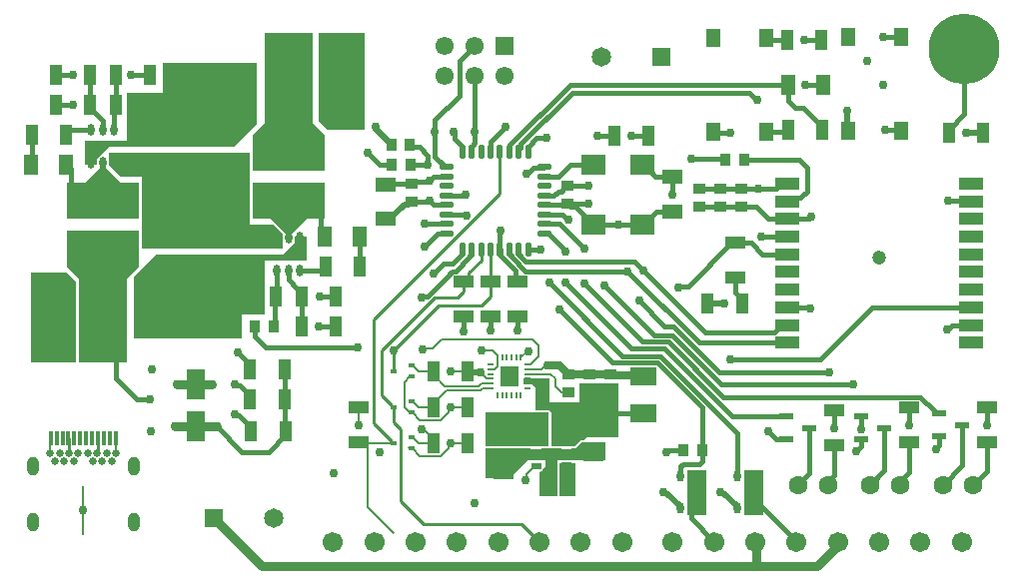
<source format=gtl>
G04*
G04 #@! TF.GenerationSoftware,Altium Limited,Altium Designer,21.9.2 (33)*
G04*
G04 Layer_Physical_Order=1*
G04 Layer_Color=255*
%FSLAX25Y25*%
%MOIN*%
G70*
G04*
G04 #@! TF.SameCoordinates,A0D018B4-DB31-4F92-A021-C5504D576F11*
G04*
G04*
G04 #@! TF.FilePolarity,Positive*
G04*
G01*
G75*
%ADD12C,0.02000*%
%ADD19C,0.00700*%
%ADD20C,0.01000*%
%ADD21C,0.01500*%
%ADD22R,0.06299X0.09843*%
%ADD23R,0.03425X0.03858*%
%ADD24R,0.04252X0.06575*%
%ADD25R,0.04134X0.06693*%
%ADD26R,0.05118X0.06102*%
%ADD27R,0.00787X0.03937*%
%ADD28R,0.01181X0.04724*%
%ADD29O,0.02362X0.03740*%
%ADD30R,0.03740X0.03858*%
%ADD31R,0.07900X0.03900*%
%ADD32R,0.03858X0.03740*%
%ADD33R,0.04961X0.02323*%
%ADD34R,0.06575X0.04252*%
%ADD35R,0.04567X0.07165*%
%ADD36R,0.07165X0.04567*%
%ADD37O,0.02165X0.05118*%
%ADD38O,0.05118X0.02165*%
%ADD39R,0.07874X0.07087*%
%ADD40O,0.00787X0.02559*%
%ADD41O,0.02559X0.00787*%
%ADD42R,0.06063X0.06693*%
%ADD43R,0.08661X0.05906*%
G04:AMPARAMS|DCode=44|XSize=21.65mil|YSize=31.5mil|CornerRadius=1.95mil|HoleSize=0mil|Usage=FLASHONLY|Rotation=90.000|XOffset=0mil|YOffset=0mil|HoleType=Round|Shape=RoundedRectangle|*
%AMROUNDEDRECTD44*
21,1,0.02165,0.02760,0,0,90.0*
21,1,0.01776,0.03150,0,0,90.0*
1,1,0.00390,0.01380,0.00888*
1,1,0.00390,0.01380,-0.00888*
1,1,0.00390,-0.01380,-0.00888*
1,1,0.00390,-0.01380,0.00888*
%
%ADD44ROUNDEDRECTD44*%
%ADD45R,0.02300X0.01400*%
%ADD46O,0.02362X0.03937*%
%ADD47R,0.21394X0.05197*%
%ADD71C,0.06700*%
%ADD77R,0.06102X0.06102*%
%ADD78C,0.06102*%
%ADD80C,0.03000*%
%ADD81C,0.02500*%
%ADD82C,0.06299*%
%ADD83C,0.23622*%
%ADD84O,0.03937X0.06299*%
%ADD85C,0.02559*%
%ADD86R,0.06496X0.06496*%
%ADD87C,0.06496*%
%ADD88C,0.04700*%
%ADD89C,0.03000*%
G36*
X117500Y149500D02*
X105000D01*
X102000Y152500D01*
Y182000D01*
X117500D01*
Y149500D01*
D02*
G37*
G36*
X81500Y151500D02*
X74000Y144000D01*
X32000D01*
X28000Y140000D01*
Y138000D01*
X24000D01*
Y146000D01*
X38000D01*
Y162000D01*
X50000D01*
Y172000D01*
X81500D01*
Y151500D01*
D02*
G37*
G36*
X100000Y152000D02*
X104000Y148000D01*
Y136000D01*
X80000D01*
Y148000D01*
X84000Y152000D01*
Y182000D01*
X100000D01*
Y152000D01*
D02*
G37*
G36*
X36000Y132000D02*
X42000D01*
Y120000D01*
X18000D01*
Y132000D01*
X24000D01*
X30000Y138000D01*
X36000Y132000D01*
D02*
G37*
G36*
X104000Y120000D02*
X98000D01*
X92000Y114000D01*
X86000Y120000D01*
X80000D01*
Y132000D01*
X104000D01*
Y120000D01*
D02*
G37*
G36*
X79000Y118000D02*
X86991D01*
X90000Y114991D01*
Y110000D01*
X43000D01*
Y134000D01*
X36000D01*
X33740Y136260D01*
X32000Y138000D01*
Y142000D01*
X79000D01*
Y118000D01*
D02*
G37*
G36*
X98000Y106000D02*
X84000D01*
Y88000D01*
X76500D01*
Y80500D01*
X76538Y80462D01*
X76347Y80000D01*
X40500D01*
Y100500D01*
X48000Y108000D01*
X90000D01*
X94000Y112000D01*
Y114000D01*
X98000D01*
Y106000D01*
D02*
G37*
G36*
X42000Y104000D02*
X38000Y100000D01*
Y72000D01*
X22000D01*
Y100000D01*
X18000Y104000D01*
Y116000D01*
X42000D01*
Y104000D01*
D02*
G37*
G36*
X21000Y99000D02*
Y72000D01*
X6000D01*
Y102000D01*
X18000D01*
X21000Y99000D01*
D02*
G37*
G36*
X179000Y62500D02*
Y58500D01*
X189000D01*
Y65000D01*
X202000D01*
Y47000D01*
X191580D01*
X190354Y45774D01*
X189640D01*
X189367Y45719D01*
X189135Y45565D01*
X187344Y43774D01*
X186341D01*
X186272Y43760D01*
X186202D01*
X185969Y43714D01*
X183350D01*
X183117Y43760D01*
X183047D01*
X182978Y43774D01*
X179640D01*
Y49860D01*
Y55060D01*
X179585Y55333D01*
X179431Y55565D01*
X179199Y55719D01*
X178926Y55774D01*
X174500D01*
Y63500D01*
X173500Y64500D01*
X170500D01*
Y66413D01*
X179000D01*
Y62500D01*
D02*
G37*
G36*
X178926Y43774D02*
X176302D01*
X176233Y43760D01*
X176163D01*
X175930Y43714D01*
X173310D01*
X173077Y43760D01*
X173007D01*
X172938Y43774D01*
X157640D01*
Y55060D01*
X178926D01*
Y43774D01*
D02*
G37*
G36*
X197640Y39060D02*
X186341D01*
X186039Y39120D01*
X183280D01*
X182978Y39060D01*
X181640D01*
Y27060D01*
X175640D01*
Y35060D01*
X176124Y35544D01*
X176349Y35589D01*
X176645Y35787D01*
X176843Y36083D01*
X176888Y36308D01*
X177640Y37060D01*
Y39060D01*
X176302D01*
X176000Y39120D01*
X173240D01*
X172938Y39060D01*
X171640D01*
X165640Y33060D01*
X157640D01*
Y43060D01*
X172938D01*
X173240Y43000D01*
X176000D01*
X176302Y43060D01*
X182978D01*
X183280Y43000D01*
X186039D01*
X186341Y43060D01*
X187640D01*
X189640Y45060D01*
X197640D01*
Y39060D01*
D02*
G37*
G36*
X186202Y38360D02*
X186272D01*
X186341Y38346D01*
X187640D01*
Y27060D01*
X182353D01*
Y38346D01*
X182978D01*
X183047Y38360D01*
X183117D01*
X183350Y38406D01*
X185969D01*
X186202Y38360D01*
D02*
G37*
G36*
X250500Y21000D02*
X244000D01*
Y36000D01*
X250500D01*
Y21000D01*
D02*
G37*
G36*
X231500D02*
X225000D01*
Y36000D01*
X231500D01*
Y21000D01*
D02*
G37*
D12*
X231693Y91500D02*
X237500D01*
X121191Y149856D02*
X126488Y144559D01*
Y144500D02*
Y144559D01*
X121191Y149856D02*
Y150309D01*
X121000Y150500D02*
X121191Y150309D01*
X130724Y124618D02*
X132130D01*
X133000Y125488D01*
X124500Y119693D02*
X125799D01*
X130724Y124618D01*
X278571Y149421D02*
Y155929D01*
Y149421D02*
X278642Y149350D01*
X278500Y156000D02*
X278571Y155929D01*
X318000Y148500D02*
X323689D01*
X241760Y23087D02*
Y23776D01*
X236191Y28309D02*
X237227D01*
X241760Y23776D01*
X236000Y28500D02*
X236191Y28309D01*
X218227D02*
X222760Y23776D01*
X217191Y28309D02*
X218227D01*
X222760Y23087D02*
Y23776D01*
X217000Y28500D02*
X217191Y28309D01*
X152073Y68616D02*
X156035D01*
D19*
X116972Y45000D02*
X126550D01*
X115811D02*
X116972D01*
X118437Y43535D01*
X116661Y45311D02*
X116972Y45000D01*
X115500Y45311D02*
X116661D01*
X118437Y23563D02*
Y43535D01*
Y23563D02*
X127000Y15000D01*
X143000Y79500D02*
X173500D01*
X175500Y73913D02*
Y77500D01*
X173500Y79500D02*
X175500Y77500D01*
X140000Y76500D02*
X143000Y79500D01*
X137172Y76500D02*
X140000D01*
X136836Y76164D02*
X137172Y76500D01*
X23500Y22500D02*
Y28462D01*
Y16257D02*
Y22500D01*
X34327Y46494D02*
X34425Y46395D01*
Y41671D02*
X34524Y41572D01*
X34425Y41671D02*
Y46395D01*
X12575Y46395D02*
X12673Y46494D01*
X12476Y41572D02*
X12575Y41671D01*
Y46395D01*
X130800Y56915D02*
Y65281D01*
X132550Y67032D01*
Y55032D02*
X133000D01*
X130800Y56915D02*
X132200Y55515D01*
Y55382D02*
X132550Y55032D01*
X132200Y55382D02*
Y55515D01*
X133000Y55032D02*
X133450D01*
X115500Y51000D02*
Y56689D01*
X136500Y49500D02*
X136972D01*
X140311Y46161D01*
Y45000D02*
Y46161D01*
X156500Y76000D02*
X159988D01*
X169575Y73402D02*
X171673Y75500D01*
X172000D01*
X159988Y76000D02*
X161701Y74287D01*
Y71802D02*
Y74287D01*
X172724Y71138D02*
X175500Y73913D01*
X171839Y69563D02*
X176441D01*
X177878Y71000D01*
X178500D01*
X171839Y67988D02*
X179524D01*
X181000Y64000D02*
Y66512D01*
X179524Y67988D02*
X181000Y66512D01*
Y64000D02*
X183000Y62000D01*
X142872Y52663D02*
X145560Y55351D01*
X133450Y55032D02*
X135819Y52663D01*
X142872D01*
X171839Y71138D02*
X172724D01*
X165500Y67000D02*
Y67063D01*
X165638Y67201D01*
X193387Y41000D02*
X193640Y41253D01*
X187500Y41000D02*
X193387D01*
X179440Y41060D02*
X179500Y41000D01*
X174620Y41060D02*
X179440D01*
X170460Y40858D02*
X170662Y41060D01*
X174620D01*
X171440Y34632D02*
X174128Y37320D01*
X174620D01*
X171440Y32940D02*
Y34632D01*
X171000Y32500D02*
X171440Y32940D01*
X160806Y69580D02*
X161767Y70540D01*
Y71736D01*
X161701Y71802D02*
X161767Y71736D01*
X159454Y69580D02*
X160806D01*
X159437Y69563D02*
X159454Y69580D01*
X151689Y69000D02*
X152073Y68616D01*
X156035Y68463D02*
X158068Y66430D01*
X159420D01*
X159437Y66413D01*
X156035Y68463D02*
Y68616D01*
X145560Y56560D02*
X146000Y57000D01*
X145560Y55351D02*
Y56560D01*
X132200Y43382D02*
X132550Y43031D01*
X132200Y43382D02*
Y43515D01*
X132550Y43031D02*
X133450D01*
X132550Y67032D02*
X133000D01*
X145560Y43351D02*
Y44560D01*
X146000Y45000D01*
X133450Y43031D02*
X135819Y40663D01*
X142872D01*
X145560Y43351D01*
X115500Y45311D02*
X115811Y45000D01*
X133450Y46968D02*
X135418Y45000D01*
X140311D01*
X133000Y46968D02*
X133450D01*
X135418Y57000D02*
X140311D01*
X133450Y58969D02*
X135418Y57000D01*
X133000Y58969D02*
X133450D01*
X135418Y69000D02*
X140311D01*
X133450Y70969D02*
X135418Y69000D01*
X133000Y70969D02*
X133450D01*
X156747Y63247D02*
X159420D01*
X156000Y62500D02*
X156747Y63247D01*
X144650Y62500D02*
X156000D01*
X144150Y64000D02*
X155500D01*
X156339Y64839D01*
X159437D01*
X140311Y67839D02*
X144150Y64000D01*
X159420Y63247D02*
X159437Y63264D01*
X183000Y62000D02*
X185488D01*
X185500Y61988D01*
X171839Y64839D02*
X171855Y64855D01*
X146000Y45000D02*
X151689D01*
X146000Y57000D02*
X151689D01*
X146000Y69000D02*
X151689D01*
X140311Y58161D02*
X144650Y62500D01*
X140311Y57000D02*
Y58161D01*
Y67839D02*
Y69000D01*
D20*
X127000Y75889D02*
X141998Y90887D01*
X123000Y75707D02*
X140793Y93500D01*
X120500Y51500D02*
Y86110D01*
X162575Y128185D01*
X28331Y41679D02*
Y46403D01*
X28421Y46494D01*
X28224Y41572D02*
X28331Y41679D01*
X18669D02*
Y46403D01*
Y41679D02*
X18776Y41572D01*
X18579Y46494D02*
X18669Y46403D01*
X140793Y93500D02*
X148500D01*
X127000Y69000D02*
Y75889D01*
X123000Y61000D02*
Y75707D01*
X137000Y18000D02*
X169780D01*
X175779Y12000D01*
X126750Y57050D02*
X127000Y56800D01*
Y51802D02*
X129350Y49452D01*
Y25650D02*
Y49452D01*
Y25650D02*
X137000Y18000D01*
X126600Y57050D02*
X126750D01*
X127000Y51802D02*
Y56800D01*
X152229Y101729D02*
X156276Y105776D01*
X152229Y100315D02*
Y101729D01*
X150500Y98689D02*
X150603D01*
X152229Y100315D01*
X156276Y105776D02*
Y109661D01*
X150500Y95500D02*
Y98689D01*
X162575Y128185D02*
Y142339D01*
X123000Y61000D02*
X126600Y57400D01*
X148500Y93500D02*
X150500Y95500D01*
X126350Y45200D02*
X126550Y45000D01*
X126350Y45200D02*
Y45650D01*
X126550Y45000D02*
X127000D01*
X120500Y51500D02*
X126350Y45650D01*
X141998Y90887D02*
X156387D01*
X126600Y57050D02*
Y57400D01*
X156387Y90887D02*
X159500Y94000D01*
Y98689D01*
X159425Y98764D02*
X159500Y98689D01*
X159425Y98764D02*
Y109661D01*
D21*
X200150Y71800D02*
X215136D01*
X182500Y89450D02*
X200150Y71800D01*
X239500Y73000D02*
X269589D01*
X286825Y90236D01*
X319709D01*
X255091Y83131D02*
X256291Y84331D01*
X255091Y82879D02*
Y83131D01*
X213432Y99568D02*
X231000Y82000D01*
X256291Y84331D02*
X258291D01*
X231000Y82000D02*
X254213D01*
X255091Y82879D01*
X265882Y90118D02*
X266000Y90000D01*
X258410Y90118D02*
X265882D01*
X258291Y90236D02*
X258410Y90118D01*
X220389Y84000D02*
X235889Y68500D01*
X272500D01*
X222000Y97000D02*
X222287Y97287D01*
X239839Y111689D02*
X241000D01*
X225437Y97287D02*
X239839Y111689D01*
X222287Y97287D02*
X225437D01*
X203500Y74000D02*
X216048D01*
X179000Y98500D02*
X203500Y74000D01*
X183318Y121276D02*
X185094Y119500D01*
X177339Y121276D02*
X183318D01*
X185094Y119500D02*
X185500D01*
X182469Y118126D02*
X190777Y109818D01*
X177339Y118126D02*
X182469D01*
X85280Y42000D02*
X91000Y47721D01*
X76500Y42000D02*
X85280D01*
X68000Y50500D02*
X76500Y42000D01*
X90904Y49097D02*
Y69403D01*
X91000Y47721D02*
Y49000D01*
X75452Y54213D02*
X79386Y50279D01*
X74000Y54500D02*
X74287Y54213D01*
X79386Y49000D02*
Y50279D01*
X74287Y54213D02*
X75452D01*
X75759Y64213D02*
X79193Y60780D01*
X74000Y64500D02*
X74287Y64213D01*
X79193Y59500D02*
Y60780D01*
X74287Y64213D02*
X75759D01*
X75269Y75046D02*
X79193Y71122D01*
Y69500D02*
Y71122D01*
X262869Y126869D02*
X263500Y127500D01*
X263545D02*
X265000Y128955D01*
X263500Y127500D02*
X263545D01*
X258291Y125669D02*
X259491Y126869D01*
X262869D01*
X265000Y128955D02*
Y137000D01*
X262500Y139500D02*
X265000Y137000D01*
X244150Y139500D02*
X262500D01*
X226500Y140000D02*
X226750Y139750D01*
X237600D02*
X237850Y139500D01*
X226750Y139750D02*
X237600D01*
X248864Y130012D02*
X254728D01*
X233992Y148500D02*
X239500D01*
X233642Y148850D02*
X233992Y148500D01*
X243000Y130012D02*
X248864D01*
X194971Y147432D02*
X195039Y147500D01*
X200811D01*
X206500D02*
X212189D01*
X118599Y141830D02*
X122429Y138000D01*
X126350D01*
X132650D02*
X138500D01*
Y141000D01*
X133258Y143754D02*
X135747D01*
X138500Y141000D01*
X132512Y144500D02*
X133258Y143754D01*
X124500Y131307D02*
X124705Y131512D01*
X133000D01*
X241000Y95087D02*
Y100311D01*
Y95087D02*
X243307Y92779D01*
Y91500D02*
Y92779D01*
X241000Y111689D02*
X246311D01*
X205235Y102265D02*
X229075Y78425D01*
X258291D01*
X312311Y148500D02*
Y149661D01*
X317500Y154850D02*
Y169000D01*
X312311Y149661D02*
X317500Y154850D01*
X229000Y130012D02*
X236000D01*
X264000Y179500D02*
X269689D01*
X290500Y181000D02*
X291000Y180500D01*
X296209D01*
X296358Y180650D01*
X291000Y149500D02*
X296209D01*
X296358Y149350D01*
X168500Y142500D02*
X169491Y143491D01*
X168500Y82500D02*
Y87311D01*
X250024Y107976D02*
X258268D01*
X246311Y111689D02*
X250024Y107976D01*
X258268D02*
X258291Y107953D01*
X197500Y97500D02*
Y97650D01*
Y97500D02*
X214000Y81000D01*
X209000Y92500D02*
X217500Y84000D01*
X220389D01*
X175969Y109581D02*
X176050Y109500D01*
X172104Y109581D02*
X175969D01*
X172024Y109661D02*
X172104Y109581D01*
X140700Y149000D02*
Y152700D01*
Y140681D02*
Y149000D01*
X150594Y128000D02*
X151000D01*
X150169Y127575D02*
X150594Y128000D01*
X144661Y127575D02*
X150169D01*
X154000Y149000D02*
Y167500D01*
Y145121D02*
Y149000D01*
X153126Y143995D02*
X153743Y144612D01*
Y144864D02*
X154000Y145121D01*
X153126Y142339D02*
Y143995D01*
X153743Y144612D02*
Y144864D01*
X41500Y59500D02*
X45908D01*
X34500Y66500D02*
X41500Y59500D01*
X34500Y66500D02*
Y74500D01*
X210500Y102500D02*
X213432Y99568D01*
X207500Y105500D02*
X210500Y102500D01*
X213432Y99568D02*
Y99568D01*
X171127Y105500D02*
X207500D01*
X171212Y102265D02*
X205235D01*
X230150Y38879D02*
Y42500D01*
Y56787D01*
X215136Y71800D02*
X230150Y56787D01*
X216048Y74000D02*
X241760Y48288D01*
Y33913D02*
Y48288D01*
X222760Y37121D02*
X223639Y38000D01*
X229271D02*
X230150Y38879D01*
X222760Y33913D02*
Y37121D01*
X223639Y38000D02*
X229271D01*
X133000Y125488D02*
X138082D01*
X145763Y101416D02*
X146612Y102265D01*
X145763Y101263D02*
Y101416D01*
X136500Y93500D02*
X136787Y93787D01*
X146612Y102265D02*
X147638D01*
X136787Y93787D02*
X138287D01*
X145763Y101263D01*
X140500Y101500D02*
X143877Y104877D01*
X147638Y102265D02*
X152509Y107136D01*
Y107388D01*
X153126Y108005D01*
Y109661D01*
X146669Y104877D02*
X149759Y107968D01*
Y109444D02*
X149976Y109661D01*
X143877Y104877D02*
X146669D01*
X149759Y107968D02*
Y109444D01*
X159500Y82500D02*
Y87311D01*
X150500Y82050D02*
Y87311D01*
X142587Y114849D02*
X144534D01*
X137500Y110500D02*
X141724Y114724D01*
X144534Y114849D02*
X144661Y114976D01*
X142462Y114724D02*
X142587Y114849D01*
X141724Y114724D02*
X142462D01*
X240260Y53740D02*
X258142D01*
X217500Y76500D02*
X240260Y53740D01*
X206500Y76500D02*
X217500D01*
X218726Y78774D02*
X237235Y60265D01*
X210263Y78774D02*
X218726D01*
X237235Y60265D02*
X302888D01*
X220000Y81000D02*
X236500Y64500D01*
X214000Y81000D02*
X220000D01*
X236500Y64500D02*
X280500D01*
X302888Y60265D02*
X307411Y55742D01*
Y55152D02*
Y55742D01*
Y55152D02*
X307823Y54740D01*
X309142D01*
X140700Y140681D02*
X144357Y137024D01*
X140700Y152700D02*
X149000Y161000D01*
X144629Y118159D02*
X144661Y118126D01*
X137553Y118159D02*
X144629D01*
X137520Y118192D02*
X137553Y118159D01*
X138082Y125488D02*
X138594Y126000D01*
X139000D01*
X184500Y98500D02*
X206500Y76500D01*
X151352Y121148D02*
X151500Y121000D01*
X144789Y121148D02*
X151352D01*
X173802Y136896D02*
X177211D01*
X171906Y135000D02*
X173802Y136896D01*
X177211D02*
X177339Y137024D01*
X171500Y135000D02*
X171906D01*
X184500Y109000D02*
Y109291D01*
X177339Y114976D02*
X178815D01*
X184500Y109291D01*
X190702Y98335D02*
X210263Y78774D01*
X166341Y107136D02*
X171212Y102265D01*
X144661Y121276D02*
X144789Y121148D01*
X162575Y109661D02*
Y115979D01*
X162609Y116013D01*
X159553Y145553D02*
X164500Y150500D01*
X159425Y142339D02*
X159553Y142466D01*
Y145553D01*
X174922Y146713D02*
X177713D01*
X178000Y147000D01*
X172024Y142339D02*
Y143815D01*
X174922Y146713D01*
X283000Y53598D02*
X283142Y53740D01*
X283000Y49621D02*
Y53598D01*
X165852Y144374D02*
X185977Y164500D01*
X258693D01*
X245697Y162000D02*
X248197Y159500D01*
X186627Y162000D02*
X245697D01*
X248197Y159500D02*
X248500D01*
X169491Y144864D02*
X186627Y162000D01*
X169491Y143491D02*
Y144864D01*
X168661Y142339D02*
X168874D01*
X168500Y142500D02*
X168661Y142339D01*
X165852Y142466D02*
Y144374D01*
X165724Y142339D02*
X165852Y142466D01*
X249792Y113803D02*
X249847Y113858D01*
X258291D01*
X149000Y161000D02*
Y172500D01*
X154000Y177500D01*
X144357Y137024D02*
X144661D01*
X149976Y142339D02*
Y143815D01*
X147287Y146504D02*
X149976Y143815D01*
X147287Y146504D02*
Y148713D01*
X147000Y149000D02*
X147287Y148713D01*
X169491Y107136D02*
X171127Y105500D01*
X169491Y107136D02*
Y107388D01*
X168874Y108005D02*
X169491Y107388D01*
X168874Y108005D02*
Y109661D01*
X166341Y107136D02*
Y107388D01*
X165724Y108005D02*
X166341Y107388D01*
X165724Y108005D02*
Y109661D01*
X262000Y31000D02*
X265858Y34858D01*
Y50000D01*
X14311Y158000D02*
X20000D01*
X14311Y158000D02*
X14311Y158000D01*
X14311Y168000D02*
X20000D01*
X14311Y168000D02*
X14311Y168000D01*
X102500Y94000D02*
X107689D01*
X107689Y94000D01*
X80850Y80650D02*
X84500Y77000D01*
X80850Y80650D02*
Y84000D01*
X84500Y77000D02*
X115000D01*
X102000Y84000D02*
X107689D01*
X107689Y84000D01*
X39500Y168000D02*
X45689D01*
X191994Y131006D02*
X192000Y131000D01*
X185000Y131012D02*
X185006Y131006D01*
X191994D01*
X185006Y124994D02*
X191994D01*
X185000Y124988D02*
X185006Y124994D01*
X191994D02*
X192000Y125000D01*
X138713Y132213D02*
X139000Y132500D01*
X133000Y131512D02*
X133701Y132213D01*
X138713D01*
X139000Y126000D02*
X140575Y124425D01*
X144661D01*
X139000Y132500D02*
X140374Y133874D01*
X144661D01*
X264500Y164500D02*
X270307D01*
X261000Y157000D02*
X263850D01*
X270189Y149500D02*
Y150661D01*
X263850Y157000D02*
X270189Y150661D01*
X258693Y159307D02*
X261000Y157000D01*
X258693Y159307D02*
Y164500D01*
X251358Y148850D02*
X258161D01*
X258811Y149500D01*
X251358Y180150D02*
X252008Y179500D01*
X258311D01*
X308000Y43000D02*
X309142Y44142D01*
Y47260D01*
X281569Y42140D02*
X283142Y43713D01*
Y46260D01*
X252000Y49000D02*
X254740Y46260D01*
X258142D01*
X218406Y42000D02*
X218906Y42500D01*
X218000Y42000D02*
X218406D01*
X218906Y42500D02*
X223850D01*
X249905Y23874D02*
X261779Y12000D01*
X245500Y23874D02*
X249905D01*
X226500Y19721D02*
Y23874D01*
Y19721D02*
X234221Y12000D01*
X274000Y50000D02*
Y55689D01*
X299000Y51000D02*
Y56689D01*
X325000Y51000D02*
Y56689D01*
X320500Y31000D02*
X325000Y35500D01*
Y45311D01*
X299000Y35299D02*
Y45311D01*
X296000Y32299D02*
X299000Y35299D01*
X296000Y31000D02*
Y32299D01*
X274000Y34299D02*
Y44311D01*
X272000Y32299D02*
X274000Y34299D01*
X272000Y31000D02*
Y32299D01*
X310500Y31000D02*
X316858Y37358D01*
Y51000D01*
X290858Y35858D02*
Y50000D01*
X286000Y31000D02*
X290858Y35858D01*
X265776Y119764D02*
X266376Y120363D01*
X258291Y119764D02*
X265776D01*
X311756Y82735D02*
X313351Y84331D01*
X319709D01*
X319543Y125835D02*
X319709Y125669D01*
X312165Y125835D02*
X319543D01*
X312000Y126000D02*
X312165Y125835D01*
X243000Y123988D02*
X248012D01*
X252236Y119764D01*
X258291D01*
X236000Y123988D02*
X243000D01*
X229000D02*
X236000D01*
X254728Y130012D02*
X256291Y131575D01*
X258291D01*
X236000Y130012D02*
X243000D01*
X162702Y107626D02*
Y109534D01*
Y107626D02*
X167814Y102514D01*
Y99375D02*
Y102514D01*
X162575Y109661D02*
X162702Y109534D01*
X167814Y99375D02*
X168500Y98689D01*
X220000Y128000D02*
Y133807D01*
X202000Y118000D02*
X210268D01*
X193732D02*
X202000D01*
X182012Y133874D02*
X186138Y138000D01*
X177339Y133874D02*
X182012D01*
X186138Y138000D02*
X193732D01*
X182000Y129000D02*
X182942D01*
X183821Y129879D01*
Y129892D01*
X177339Y127575D02*
X180575D01*
X182000Y129000D01*
X183821Y129892D02*
X184941Y131012D01*
X185000D01*
X184564Y124553D02*
X185000Y124988D01*
X177339Y124425D02*
X177466Y124553D01*
X184564D01*
X185000Y124988D02*
X186119Y123870D01*
X187863D02*
X190545Y121187D01*
Y120793D02*
X193339Y118000D01*
X190545Y120793D02*
Y121187D01*
X186119Y123870D02*
X187863D01*
X193339Y118000D02*
X193732D01*
X213455Y134813D02*
Y135207D01*
X210661Y138000D02*
X213455Y135207D01*
X214461Y133807D02*
X220000D01*
X213455Y134813D02*
X214461Y133807D01*
X210268Y138000D02*
X210661D01*
Y118000D02*
X214854Y122193D01*
X210268Y118000D02*
X210661D01*
X214854Y122193D02*
X220000D01*
X199102Y54898D02*
X210500D01*
X199000Y55000D02*
X199102Y54898D01*
X96311Y94000D02*
X96311Y94000D01*
X87689Y94000D02*
X88095Y94406D01*
Y102323D01*
X96311Y94000D02*
Y95161D01*
X94935Y96537D02*
X96311Y95161D01*
X96311Y84000D02*
Y94000D01*
X87150Y84000D02*
X87419Y84270D01*
X92000Y99472D02*
X94935Y96537D01*
X94935D01*
X96311Y84000D02*
X96311Y84000D01*
X95740Y102488D02*
X102935D01*
X88095Y102323D02*
X88260Y102488D01*
X87419Y93730D02*
X87689Y94000D01*
X87419Y84270D02*
Y93730D01*
X92000Y99472D02*
Y102488D01*
X100098Y123299D02*
X102659Y120738D01*
Y115533D02*
Y120738D01*
X92000Y123299D02*
X100098D01*
X102935Y102488D02*
X104311Y103864D01*
Y104000D01*
X115689Y113882D02*
X115807Y114000D01*
X115689Y104000D02*
Y113882D01*
X102659Y115533D02*
X104193Y114000D01*
X19341Y131262D02*
Y136467D01*
Y131262D02*
X21902Y128701D01*
X17807Y138000D02*
X19341Y136467D01*
X21902Y128701D02*
X30000D01*
X6193Y138000D02*
X6311Y138118D01*
Y148000D01*
X17689Y148136D02*
X19065Y149512D01*
X26260D01*
X17689Y148000D02*
Y148136D01*
X30000Y149512D02*
Y152528D01*
X25689Y156839D02*
X30000Y152528D01*
X25689Y156839D02*
Y158000D01*
X25689Y168000D02*
X25689Y168000D01*
Y158000D02*
Y168000D01*
Y158000D02*
X25689Y158000D01*
X33905Y157594D02*
X34311Y158000D01*
Y168000D01*
X33905Y149677D02*
Y157594D01*
X33740Y149512D02*
X33905Y149677D01*
D22*
X61000Y64390D02*
D03*
Y50610D02*
D03*
D23*
X244150Y139500D02*
D03*
X237850D02*
D03*
X126350Y138000D02*
D03*
X132650D02*
D03*
X223850Y42500D02*
D03*
X230150D02*
D03*
X80850Y84000D02*
D03*
X87150D02*
D03*
D24*
X212189Y147500D02*
D03*
X200811D02*
D03*
X312311Y148500D02*
D03*
X323689D02*
D03*
X14311Y168000D02*
D03*
X25689D02*
D03*
X258311Y179500D02*
D03*
X269689D02*
D03*
X270189Y149500D02*
D03*
X258811D02*
D03*
X140311Y45000D02*
D03*
X151689D02*
D03*
X140311Y57000D02*
D03*
X151689D02*
D03*
X140311Y69000D02*
D03*
X151689D02*
D03*
X76311Y94000D02*
D03*
X87689D02*
D03*
X107689Y94000D02*
D03*
X96311D02*
D03*
X96311Y84000D02*
D03*
X107689D02*
D03*
X104311Y104000D02*
D03*
X115689D02*
D03*
X34311Y168000D02*
D03*
X45689D02*
D03*
Y158000D02*
D03*
X34311D02*
D03*
X14311Y158000D02*
D03*
X25689D02*
D03*
X17689Y148000D02*
D03*
X6311D02*
D03*
D25*
X231693Y91500D02*
D03*
X243307D02*
D03*
X91000Y49000D02*
D03*
X79386D02*
D03*
X90807Y59500D02*
D03*
X79193D02*
D03*
X90807Y69500D02*
D03*
X79193D02*
D03*
D26*
X278642Y149350D02*
D03*
Y180650D02*
D03*
X296358Y149350D02*
D03*
Y180650D02*
D03*
X233642Y148850D02*
D03*
Y180150D02*
D03*
X251358Y148850D02*
D03*
Y180150D02*
D03*
D27*
X23500Y28462D02*
D03*
Y16257D02*
D03*
D28*
X12673Y46494D02*
D03*
X14642D02*
D03*
X16610D02*
D03*
X18579D02*
D03*
X20547D02*
D03*
X22516D02*
D03*
X24484D02*
D03*
X26453D02*
D03*
X28421D02*
D03*
X30390D02*
D03*
X32358D02*
D03*
X34327D02*
D03*
D29*
X222760Y23087D02*
D03*
X226500D02*
D03*
X230240D02*
D03*
X222760Y33913D02*
D03*
X226500D02*
D03*
X230240D02*
D03*
X241760Y23087D02*
D03*
X245500D02*
D03*
X249240D02*
D03*
X241760Y33913D02*
D03*
X245500D02*
D03*
X249240D02*
D03*
D30*
X132512Y144500D02*
D03*
X126488D02*
D03*
X184652Y31060D02*
D03*
X178628D02*
D03*
D31*
X319709Y131575D02*
D03*
Y125669D02*
D03*
Y119764D02*
D03*
Y113858D02*
D03*
Y107953D02*
D03*
Y102047D02*
D03*
Y96142D02*
D03*
Y90236D02*
D03*
Y84331D02*
D03*
Y78425D02*
D03*
X258291D02*
D03*
Y84331D02*
D03*
Y90236D02*
D03*
Y96142D02*
D03*
Y102047D02*
D03*
Y107953D02*
D03*
Y113858D02*
D03*
Y119764D02*
D03*
Y125669D02*
D03*
Y131575D02*
D03*
D32*
X243000Y130012D02*
D03*
Y123988D02*
D03*
X236000Y130012D02*
D03*
Y123988D02*
D03*
X229000D02*
D03*
Y130012D02*
D03*
X133000Y125488D02*
D03*
Y131512D02*
D03*
X185000Y131012D02*
D03*
Y124988D02*
D03*
X199500Y61988D02*
D03*
Y68012D02*
D03*
X192500Y61988D02*
D03*
Y68012D02*
D03*
X185500Y61988D02*
D03*
Y68012D02*
D03*
D33*
X258142Y53740D02*
D03*
Y46260D02*
D03*
X265858Y50000D02*
D03*
X283142Y53740D02*
D03*
Y46260D02*
D03*
X290858Y50000D02*
D03*
X309142Y54740D02*
D03*
Y47260D02*
D03*
X316858Y51000D02*
D03*
D34*
X274000Y44311D02*
D03*
Y55689D02*
D03*
X299000Y45311D02*
D03*
Y56689D02*
D03*
X325000Y45311D02*
D03*
Y56689D02*
D03*
X241000Y111689D02*
D03*
Y100311D02*
D03*
X150500Y98689D02*
D03*
Y87311D02*
D03*
X159500Y98689D02*
D03*
Y87311D02*
D03*
X168500Y98689D02*
D03*
Y87311D02*
D03*
X115500Y45311D02*
D03*
Y56689D02*
D03*
D35*
X258693Y164500D02*
D03*
X270307D02*
D03*
X107807Y154000D02*
D03*
X96193D02*
D03*
X107807Y174000D02*
D03*
X96193D02*
D03*
X107807Y164000D02*
D03*
X96193D02*
D03*
X76193D02*
D03*
X87807D02*
D03*
X76193Y154000D02*
D03*
X87807D02*
D03*
X115807Y114000D02*
D03*
X104193D02*
D03*
X6193Y138000D02*
D03*
X17807D02*
D03*
X14193Y98000D02*
D03*
X25807D02*
D03*
X14193Y88000D02*
D03*
X25807D02*
D03*
X45807Y98000D02*
D03*
X34193D02*
D03*
X45807Y88000D02*
D03*
X34193D02*
D03*
X14193Y78000D02*
D03*
X25807D02*
D03*
D36*
X124500Y119693D02*
D03*
Y131307D02*
D03*
X220000Y133807D02*
D03*
Y122193D02*
D03*
X163640Y46867D02*
D03*
Y35253D02*
D03*
X193640Y41253D02*
D03*
Y52867D02*
D03*
X68000Y102193D02*
D03*
Y113807D02*
D03*
X78000Y102193D02*
D03*
Y113807D02*
D03*
X54000Y149807D02*
D03*
Y138193D02*
D03*
X44000Y149807D02*
D03*
Y138193D02*
D03*
D37*
X172024Y109661D02*
D03*
X168874D02*
D03*
X165724D02*
D03*
X162575D02*
D03*
X159425D02*
D03*
X156276D02*
D03*
X153126D02*
D03*
X149976D02*
D03*
Y142339D02*
D03*
X153126D02*
D03*
X156276D02*
D03*
X159425D02*
D03*
X162575D02*
D03*
X165724D02*
D03*
X168874D02*
D03*
X172024D02*
D03*
D38*
X144661Y114976D02*
D03*
Y118126D02*
D03*
Y121276D02*
D03*
Y124425D02*
D03*
Y127575D02*
D03*
Y130724D02*
D03*
Y133874D02*
D03*
Y137024D02*
D03*
X177339D02*
D03*
Y133874D02*
D03*
Y130724D02*
D03*
Y127575D02*
D03*
Y124425D02*
D03*
Y121276D02*
D03*
Y118126D02*
D03*
Y114976D02*
D03*
D39*
X210268Y118000D02*
D03*
Y138000D02*
D03*
X193732Y118000D02*
D03*
Y138000D02*
D03*
D40*
X161701Y61000D02*
D03*
X163276D02*
D03*
X164850D02*
D03*
X166425D02*
D03*
X168000D02*
D03*
X169575D02*
D03*
Y73402D02*
D03*
X168000D02*
D03*
X166425D02*
D03*
X164850D02*
D03*
X163276D02*
D03*
X161701D02*
D03*
D41*
X171839Y63264D02*
D03*
Y64839D02*
D03*
Y66413D02*
D03*
Y67988D02*
D03*
Y69563D02*
D03*
Y71138D02*
D03*
X159437D02*
D03*
Y69563D02*
D03*
Y67988D02*
D03*
Y66413D02*
D03*
Y64839D02*
D03*
Y63264D02*
D03*
D42*
X165638Y67201D02*
D03*
D43*
X210500Y54898D02*
D03*
Y67102D02*
D03*
D44*
X174620Y44800D02*
D03*
Y41060D02*
D03*
Y37320D02*
D03*
X184659D02*
D03*
Y44800D02*
D03*
D45*
X127000Y45000D02*
D03*
X133000Y46968D02*
D03*
Y43031D02*
D03*
X127000Y69000D02*
D03*
X133000Y70969D02*
D03*
Y67032D02*
D03*
X127000Y57000D02*
D03*
X133000Y58969D02*
D03*
Y55032D02*
D03*
D46*
X88260Y102488D02*
D03*
X92000D02*
D03*
X95740D02*
D03*
X88260Y113512D02*
D03*
X92000D02*
D03*
X95740D02*
D03*
X33740Y149512D02*
D03*
X30000D02*
D03*
X26260D02*
D03*
X33740Y138488D02*
D03*
X30000D02*
D03*
X26260D02*
D03*
D47*
X92000Y144701D02*
D03*
Y123299D02*
D03*
X30000Y107299D02*
D03*
Y128701D02*
D03*
D71*
X106882Y12000D02*
D03*
X120661D02*
D03*
X134441D02*
D03*
X148221D02*
D03*
X162000D02*
D03*
X175779D02*
D03*
X189559D02*
D03*
X203339D02*
D03*
X316677D02*
D03*
X302898D02*
D03*
X289118D02*
D03*
X275339D02*
D03*
X261559D02*
D03*
X247779D02*
D03*
X234000D02*
D03*
X220220D02*
D03*
D77*
X164000Y177500D02*
D03*
D78*
X154000D02*
D03*
X144000D02*
D03*
X164000Y167500D02*
D03*
X154000D02*
D03*
X144000D02*
D03*
D80*
X61000Y50610D02*
X67890D01*
X54110D02*
X61000D01*
X67890D02*
X68000Y50500D01*
X54000D02*
X54110Y50610D01*
X54684Y64491D02*
X54786Y64390D01*
X61000D01*
X66390D01*
X66500Y64500D01*
X247500Y4000D02*
X268560D01*
X275559Y10999D01*
X83000Y4000D02*
X247500D01*
X248000Y4500D02*
Y12000D01*
X247500Y4000D02*
X248000Y4500D01*
X275559Y10999D02*
Y12000D01*
X67000Y20000D02*
X83000Y4000D01*
D81*
X182548Y70904D02*
X185441Y68012D01*
X178500Y71000D02*
X178596Y70904D01*
X182548D01*
X185441Y68012D02*
X192500D01*
X199955Y67557D02*
X210045D01*
X210500Y67102D01*
X199500Y68012D02*
X199955Y67557D01*
X192500Y68012D02*
X199500D01*
D82*
X272000Y31000D02*
D03*
X262000D02*
D03*
X296000D02*
D03*
X286000D02*
D03*
X310500D02*
D03*
X320500D02*
D03*
D83*
X317500Y176500D02*
D03*
D84*
X6689Y18423D02*
D03*
X40311D02*
D03*
X6689Y37045D02*
D03*
X40311D02*
D03*
D85*
X32949Y38816D02*
D03*
X14051D02*
D03*
X29799D02*
D03*
X17201D02*
D03*
X26650D02*
D03*
X20350D02*
D03*
X34524Y41572D02*
D03*
X12476D02*
D03*
X31374D02*
D03*
X15626D02*
D03*
X28224D02*
D03*
X18776D02*
D03*
X25075D02*
D03*
X21925D02*
D03*
D86*
X216500Y174000D02*
D03*
X67000Y20000D02*
D03*
D87*
X196500Y174000D02*
D03*
X87000Y20000D02*
D03*
D88*
X289000Y106772D02*
D03*
D89*
X239500Y73000D02*
D03*
X266000Y90000D02*
D03*
X222000Y97000D02*
D03*
X182500Y89450D02*
D03*
X237500Y91500D02*
D03*
X185500Y119500D02*
D03*
X68000Y50500D02*
D03*
X54000D02*
D03*
X54684Y64491D02*
D03*
X66500Y64500D02*
D03*
X74000Y54500D02*
D03*
Y64500D02*
D03*
X75269Y75046D02*
D03*
X60500Y112500D02*
D03*
X37500Y138500D02*
D03*
X226500Y140000D02*
D03*
X248864Y130012D02*
D03*
X239500Y148500D02*
D03*
X194971Y147432D02*
D03*
X206500Y147500D02*
D03*
X121000Y150500D02*
D03*
X118599Y141830D02*
D03*
X278500Y156000D02*
D03*
X290500Y164500D02*
D03*
X318000Y148500D02*
D03*
X285000Y172500D02*
D03*
X264000Y179500D02*
D03*
X290500Y180500D02*
D03*
X291000Y149500D02*
D03*
X168500Y82500D02*
D03*
X197500Y97650D02*
D03*
X179000Y98500D02*
D03*
X209000Y92500D02*
D03*
X176050Y109500D02*
D03*
X140700Y149000D02*
D03*
X151000Y128000D02*
D03*
X154000Y149000D02*
D03*
X45908Y59500D02*
D03*
X46000Y49000D02*
D03*
X46500Y69500D02*
D03*
X210500Y102500D02*
D03*
X205235Y102265D02*
D03*
X136836Y76164D02*
D03*
X236000Y28500D02*
D03*
X217000D02*
D03*
X23500Y22500D02*
D03*
X127000Y75889D02*
D03*
X122500Y42000D02*
D03*
X140500Y101500D02*
D03*
X115500Y51000D02*
D03*
X136500Y93500D02*
D03*
Y49500D02*
D03*
X159500Y82500D02*
D03*
X156500Y76000D02*
D03*
X150500Y82050D02*
D03*
X137500Y110500D02*
D03*
X272500Y68500D02*
D03*
X138500Y138000D02*
D03*
X137520Y118192D02*
D03*
X139000Y126000D02*
D03*
X151500Y121000D02*
D03*
X172000Y75500D02*
D03*
X171500Y135000D02*
D03*
X184500Y109000D02*
D03*
Y98500D02*
D03*
X190702Y98335D02*
D03*
X162609Y116013D02*
D03*
X164500Y150500D02*
D03*
X178000Y147000D02*
D03*
X280500Y64500D02*
D03*
X283000Y49621D02*
D03*
X190777Y109818D02*
D03*
X248500Y159500D02*
D03*
X249792Y113803D02*
D03*
X147000Y149000D02*
D03*
X29500Y79000D02*
D03*
Y75000D02*
D03*
X20000Y158000D02*
D03*
Y168000D02*
D03*
X102500Y94000D02*
D03*
X62000Y139500D02*
D03*
X84500Y113000D02*
D03*
X70000Y118500D02*
D03*
X52000Y134000D02*
D03*
X115000Y77000D02*
D03*
X102000Y84000D02*
D03*
X39500Y168000D02*
D03*
X29500Y93000D02*
D03*
X10500Y83000D02*
D03*
Y93000D02*
D03*
X114000Y159000D02*
D03*
Y169000D02*
D03*
X60000Y86000D02*
D03*
Y92000D02*
D03*
Y98000D02*
D03*
Y104000D02*
D03*
X64000Y150000D02*
D03*
Y156000D02*
D03*
Y162000D02*
D03*
Y168000D02*
D03*
X192000Y131000D02*
D03*
Y125000D02*
D03*
X139000Y132500D02*
D03*
X92000Y174000D02*
D03*
Y153500D02*
D03*
Y163500D02*
D03*
X264500Y164500D02*
D03*
X308000Y43000D02*
D03*
X281569Y42140D02*
D03*
X252000Y49000D02*
D03*
X218000Y42000D02*
D03*
X274000Y50000D02*
D03*
X299000Y51000D02*
D03*
X325000D02*
D03*
X107000Y35000D02*
D03*
X154000Y25000D02*
D03*
X266376Y120363D02*
D03*
X311756Y82735D02*
D03*
X312000Y126000D02*
D03*
X220000Y128000D02*
D03*
X202000Y118000D02*
D03*
X178500Y71000D02*
D03*
X165500Y67000D02*
D03*
X171000Y48000D02*
D03*
X175500Y52000D02*
D03*
X187500Y41000D02*
D03*
X179500D02*
D03*
X170460Y40858D02*
D03*
X176500Y63000D02*
D03*
Y58500D02*
D03*
X171000Y32500D02*
D03*
X156035Y68616D02*
D03*
X146000Y45000D02*
D03*
Y57000D02*
D03*
Y69000D02*
D03*
M02*

</source>
